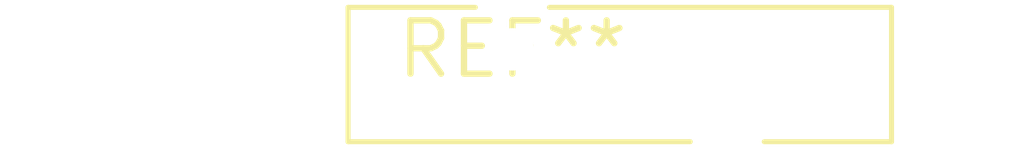
<source format=kicad_pcb>
(kicad_pcb (version 20240108) (generator pcbnew)
  (layers (0 "F.Cu" signal) (31 "B.Cu" signal) (34 "B.Paste" user) (35 "F.Paste" user) (36 "B.SilkS" user "B.Silkscreen") (37 "F.SilkS" user "F.Silkscreen") (38 "B.Mask" user) (39 "F.Mask" user) (44 "Edge.Cuts" user))
  (net 0 "")
  (footprint "Fuse_Bourns_MF-RHT650" (layer "F.Cu") (at 0 0)
    (property "Reference" "REF**")
    (property "Value" "Fuse_Bourns_MF-RHT650")
    (fp_line (start -3.9 -1) (end -3.9 2.2) (layer "F.SilkS") (stroke (width 0.12)))
    (fp_line (start -3.9 -1) (end -0.879 -1) (layer "F.SilkS") (stroke (width 0.12)))
    (fp_line (start -3.9 2.2) (end 4.222 2.2) (layer "F.SilkS") (stroke (width 0.12)))
    (fp_line (start 0.879 -1) (end 9 -1) (layer "F.SilkS") (stroke (width 0.12)))
    (fp_line (start 5.979 2.2) (end 9 2.2) (layer "F.SilkS") (stroke (width 0.12)))
    (fp_line (start 9 -1) (end 9 2.2) (layer "F.SilkS") (stroke (width 0.12)))
    (pad "1" thru_hole circle (at 0 0) (size 2.01 2.01) (drill 1.01) (layers *.Cu *.Mask) (remove_unused_layers))
    (pad "2" thru_hole circle (at 5.1 1.2) (size 2.01 2.01) (drill 1.01) (layers *.Cu *.Mask) (remove_unused_layers))
  )
)
</source>
